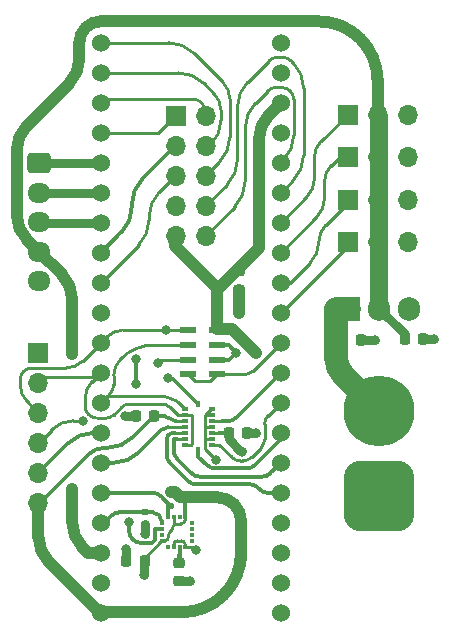
<source format=gbr>
%TF.GenerationSoftware,KiCad,Pcbnew,(6.0.8)*%
%TF.CreationDate,2022-11-08T22:30:31-08:00*%
%TF.ProjectId,ShittyOBC,53686974-7479-44f4-9243-2e6b69636164,rev?*%
%TF.SameCoordinates,Original*%
%TF.FileFunction,Copper,L2,Bot*%
%TF.FilePolarity,Positive*%
%FSLAX46Y46*%
G04 Gerber Fmt 4.6, Leading zero omitted, Abs format (unit mm)*
G04 Created by KiCad (PCBNEW (6.0.8)) date 2022-11-08 22:30:31*
%MOMM*%
%LPD*%
G01*
G04 APERTURE LIST*
G04 Aperture macros list*
%AMRoundRect*
0 Rectangle with rounded corners*
0 $1 Rounding radius*
0 $2 $3 $4 $5 $6 $7 $8 $9 X,Y pos of 4 corners*
0 Add a 4 corners polygon primitive as box body*
4,1,4,$2,$3,$4,$5,$6,$7,$8,$9,$2,$3,0*
0 Add four circle primitives for the rounded corners*
1,1,$1+$1,$2,$3*
1,1,$1+$1,$4,$5*
1,1,$1+$1,$6,$7*
1,1,$1+$1,$8,$9*
0 Add four rect primitives between the rounded corners*
20,1,$1+$1,$2,$3,$4,$5,0*
20,1,$1+$1,$4,$5,$6,$7,0*
20,1,$1+$1,$6,$7,$8,$9,0*
20,1,$1+$1,$8,$9,$2,$3,0*%
G04 Aperture macros list end*
%TA.AperFunction,ComponentPad*%
%ADD10R,1.905000X2.000000*%
%TD*%
%TA.AperFunction,ComponentPad*%
%ADD11O,1.905000X2.000000*%
%TD*%
%TA.AperFunction,ComponentPad*%
%ADD12R,1.700000X1.700000*%
%TD*%
%TA.AperFunction,ComponentPad*%
%ADD13O,1.700000X1.700000*%
%TD*%
%TA.AperFunction,ComponentPad*%
%ADD14RoundRect,1.500000X1.500000X-1.500000X1.500000X1.500000X-1.500000X1.500000X-1.500000X-1.500000X0*%
%TD*%
%TA.AperFunction,ComponentPad*%
%ADD15C,6.000000*%
%TD*%
%TA.AperFunction,ComponentPad*%
%ADD16RoundRect,0.250000X-0.725000X0.600000X-0.725000X-0.600000X0.725000X-0.600000X0.725000X0.600000X0*%
%TD*%
%TA.AperFunction,ComponentPad*%
%ADD17O,1.950000X1.700000*%
%TD*%
%TA.AperFunction,ComponentPad*%
%ADD18C,1.524000*%
%TD*%
%TA.AperFunction,SMDPad,CuDef*%
%ADD19RoundRect,0.225000X0.225000X0.250000X-0.225000X0.250000X-0.225000X-0.250000X0.225000X-0.250000X0*%
%TD*%
%TA.AperFunction,SMDPad,CuDef*%
%ADD20RoundRect,0.135000X-0.185000X0.135000X-0.185000X-0.135000X0.185000X-0.135000X0.185000X0.135000X0*%
%TD*%
%TA.AperFunction,SMDPad,CuDef*%
%ADD21RoundRect,0.225000X-0.225000X-0.250000X0.225000X-0.250000X0.225000X0.250000X-0.225000X0.250000X0*%
%TD*%
%TA.AperFunction,SMDPad,CuDef*%
%ADD22RoundRect,0.225000X-0.250000X0.225000X-0.250000X-0.225000X0.250000X-0.225000X0.250000X0.225000X0*%
%TD*%
%TA.AperFunction,SMDPad,CuDef*%
%ADD23RoundRect,0.021200X0.633800X0.243800X-0.633800X0.243800X-0.633800X-0.243800X0.633800X-0.243800X0*%
%TD*%
%TA.AperFunction,SMDPad,CuDef*%
%ADD24RoundRect,0.135000X0.185000X-0.135000X0.185000X0.135000X-0.185000X0.135000X-0.185000X-0.135000X0*%
%TD*%
%TA.AperFunction,SMDPad,CuDef*%
%ADD25R,0.590000X0.350000*%
%TD*%
%TA.AperFunction,SMDPad,CuDef*%
%ADD26R,0.350000X0.590000*%
%TD*%
%TA.AperFunction,SMDPad,CuDef*%
%ADD27R,0.300000X0.450000*%
%TD*%
%TA.AperFunction,SMDPad,CuDef*%
%ADD28R,0.450000X0.300000*%
%TD*%
%TA.AperFunction,ViaPad*%
%ADD29C,0.800000*%
%TD*%
%TA.AperFunction,Conductor*%
%ADD30C,0.800000*%
%TD*%
%TA.AperFunction,Conductor*%
%ADD31C,0.250000*%
%TD*%
%TA.AperFunction,Conductor*%
%ADD32C,1.000000*%
%TD*%
%TA.AperFunction,Conductor*%
%ADD33C,0.300000*%
%TD*%
%TA.AperFunction,Conductor*%
%ADD34C,1.500000*%
%TD*%
%TA.AperFunction,Conductor*%
%ADD35C,2.000000*%
%TD*%
G04 APERTURE END LIST*
D10*
%TO.P,U2,1,VI*%
%TO.N,Net-(C2-Pad1)*%
X157160000Y-95645000D03*
D11*
%TO.P,U2,2,VO*%
%TO.N,/5V*%
X159700000Y-95645000D03*
%TO.P,U2,3,GND*%
%TO.N,GND*%
X162240000Y-95645000D03*
%TD*%
D12*
%TO.P,J8,1,Pin_1*%
%TO.N,GND*%
X130850000Y-99370000D03*
D13*
%TO.P,J8,2,Pin_2*%
%TO.N,/MISO*%
X130850000Y-101910000D03*
%TO.P,J8,3,Pin_3*%
%TO.N,/SCLK*%
X130850000Y-104450000D03*
%TO.P,J8,4,Pin_4*%
%TO.N,/MOSI*%
X130850000Y-106990000D03*
%TO.P,J8,5,Pin_5*%
%TO.N,/CS_SD*%
X130850000Y-109530000D03*
%TO.P,J8,6,Pin_6*%
%TO.N,/3.3V*%
X130850000Y-112070000D03*
%TD*%
D14*
%TO.P,J1,1,Pin_1*%
%TO.N,GND*%
X159650000Y-111450000D03*
D15*
%TO.P,J1,2,Pin_2*%
%TO.N,Net-(C2-Pad1)*%
X159650000Y-104250000D03*
%TD*%
D12*
%TO.P,J7,1,Pin_1*%
%TO.N,/Servo_4*%
X157050000Y-86400000D03*
D13*
%TO.P,J7,2,Pin_2*%
%TO.N,/5V*%
X159590000Y-86400000D03*
%TO.P,J7,3,Pin_3*%
%TO.N,GND*%
X162130000Y-86400000D03*
%TD*%
D16*
%TO.P,J4,1,Pin_1*%
%TO.N,/PPS*%
X130900000Y-83300000D03*
D17*
%TO.P,J4,2,Pin_2*%
%TO.N,/TX1*%
X130900000Y-85800000D03*
%TO.P,J4,3,Pin_3*%
%TO.N,/RX1*%
X130900000Y-88300000D03*
%TO.P,J4,4,Pin_4*%
%TO.N,/5V*%
X130900000Y-90800000D03*
%TO.P,J4,5,Pin_5*%
%TO.N,GND*%
X130900000Y-93300000D03*
%TD*%
D18*
%TO.P,U3,3V3,3V3*%
%TO.N,/3.3V*%
X136130000Y-121380000D03*
X151370000Y-78200000D03*
%TO.P,U3,5V,5V*%
%TO.N,/5V*%
X136130000Y-116300000D03*
%TO.P,U3,GND,GND*%
%TO.N,GND*%
X151370000Y-73120000D03*
X151370000Y-75660000D03*
X136130000Y-118840000D03*
%TO.P,U3,NRST,NRST*%
%TO.N,unconnected-(U3-PadNRST)*%
X151370000Y-80740000D03*
%TO.P,U3,PA0,PA0*%
%TO.N,/BMI088_INT4*%
X151370000Y-111220000D03*
%TO.P,U3,PA1,PA1*%
%TO.N,/CS_Accel*%
X151370000Y-108680000D03*
%TO.P,U3,PA2,PA2*%
%TO.N,/BMI088_INT1*%
X151370000Y-106140000D03*
%TO.P,U3,PA3,PA3*%
%TO.N,/BMI088_INT2*%
X151370000Y-103600000D03*
%TO.P,U3,PA4,PA4*%
%TO.N,/CS_Gyro*%
X151370000Y-101060000D03*
%TO.P,U3,PA5,PA5*%
%TO.N,/CS_Alt*%
X151370000Y-98520000D03*
%TO.P,U3,PA6,PA6*%
%TO.N,/Servo_3*%
X151370000Y-95980000D03*
%TO.P,U3,PA7,PA7*%
%TO.N,/Servo_4*%
X151370000Y-93440000D03*
%TO.P,U3,PA8,PA8*%
%TO.N,/PPS*%
X136130000Y-83280000D03*
%TO.P,U3,PA9,PA9*%
%TO.N,/TX1*%
X136130000Y-85820000D03*
%TO.P,U3,PA10,PA10*%
%TO.N,/RX1*%
X136130000Y-88360000D03*
%TO.P,U3,PA11,PA11*%
%TO.N,/PA11*%
X136130000Y-90900000D03*
%TO.P,U3,PA12,PA12*%
%TO.N,/PA12*%
X136130000Y-93440000D03*
%TO.P,U3,PA15,PA15*%
%TO.N,/INT_Mag*%
X136130000Y-95980000D03*
%TO.P,U3,PB0,PB0*%
%TO.N,/Servo_1*%
X151370000Y-90900000D03*
%TO.P,U3,PB1,PB1*%
%TO.N,/Servo_2*%
X151370000Y-88360000D03*
%TO.P,U3,PB3,PB3*%
%TO.N,/SCLK*%
X136130000Y-98520000D03*
%TO.P,U3,PB4,PB4*%
%TO.N,/MISO*%
X136130000Y-101060000D03*
%TO.P,U3,PB5,PB5*%
%TO.N,/MOSI*%
X136130000Y-103600000D03*
%TO.P,U3,PB6,PB6*%
%TO.N,/CS_SD*%
X136130000Y-106140000D03*
%TO.P,U3,PB7,PB7*%
%TO.N,/BMI088_INT3*%
X136130000Y-108680000D03*
%TO.P,U3,PB8,PB8*%
%TO.N,/SCL*%
X136130000Y-111220000D03*
%TO.P,U3,PB9,PB9*%
%TO.N,/SDA*%
X136130000Y-113760000D03*
%TO.P,U3,PB10,PB10*%
%TO.N,/PB10*%
X151370000Y-85820000D03*
%TO.P,U3,PB11,PB11*%
%TO.N,/PB11*%
X151370000Y-83280000D03*
%TO.P,U3,PB12,PB12*%
%TO.N,/PB12*%
X136130000Y-73120000D03*
%TO.P,U3,PB13,PB13*%
%TO.N,/PB13*%
X136130000Y-75660000D03*
%TO.P,U3,PB14,PB14*%
%TO.N,/PB14*%
X136130000Y-78200000D03*
%TO.P,U3,PB15,PB15*%
%TO.N,/PB15*%
X136130000Y-80740000D03*
%TO.P,U3,PC13,PC13*%
%TO.N,unconnected-(U3-PadPC13)*%
X151370000Y-118840000D03*
%TO.P,U3,PC14,PC14*%
%TO.N,/PC14*%
X151370000Y-116300000D03*
%TO.P,U3,PC15,PC15*%
%TO.N,unconnected-(U3-PadPC15)*%
X151370000Y-113760000D03*
%TO.P,U3,VBAT,VBAT*%
%TO.N,unconnected-(U3-PadVBAT)*%
X151370000Y-121380000D03*
%TD*%
D12*
%TO.P,J2,1,Pin_1*%
%TO.N,/Servo_1*%
X157050000Y-82800000D03*
D13*
%TO.P,J2,2,Pin_2*%
%TO.N,/5V*%
X159590000Y-82800000D03*
%TO.P,J2,3,Pin_3*%
%TO.N,GND*%
X162130000Y-82800000D03*
%TD*%
D12*
%TO.P,J3,1,Pin_1*%
%TO.N,/Servo_3*%
X157050000Y-90000000D03*
D13*
%TO.P,J3,2,Pin_2*%
%TO.N,/5V*%
X159590000Y-90000000D03*
%TO.P,J3,3,Pin_3*%
%TO.N,GND*%
X162130000Y-90000000D03*
%TD*%
D12*
%TO.P,J6,1,Pin_1*%
%TO.N,/Servo_2*%
X157050000Y-79200000D03*
D13*
%TO.P,J6,2,Pin_2*%
%TO.N,/5V*%
X159590000Y-79200000D03*
%TO.P,J6,3,Pin_3*%
%TO.N,GND*%
X162130000Y-79200000D03*
%TD*%
D19*
%TO.P,C4,1*%
%TO.N,/3.3V*%
X139850000Y-117016000D03*
%TO.P,C4,2*%
%TO.N,GND*%
X138300000Y-117016000D03*
%TD*%
D20*
%TO.P,R2,1*%
%TO.N,/3.3V*%
X142000000Y-111280000D03*
%TO.P,R2,2*%
%TO.N,/SCL*%
X142000000Y-112300000D03*
%TD*%
D12*
%TO.P,J5,1,Pin_1*%
%TO.N,/PB15*%
X142500000Y-79350000D03*
D13*
%TO.P,J5,2,Pin_2*%
%TO.N,/PB14*%
X145040000Y-79350000D03*
%TO.P,J5,3,Pin_3*%
%TO.N,/PA11*%
X142500000Y-81890000D03*
%TO.P,J5,4,Pin_4*%
%TO.N,/PB13*%
X145040000Y-81890000D03*
%TO.P,J5,5,Pin_5*%
%TO.N,/PA12*%
X142500000Y-84430000D03*
%TO.P,J5,6,Pin_6*%
%TO.N,/PB12*%
X145040000Y-84430000D03*
%TO.P,J5,7,Pin_7*%
%TO.N,GND*%
X142500000Y-86970000D03*
%TO.P,J5,8,Pin_8*%
%TO.N,/PB10*%
X145040000Y-86970000D03*
%TO.P,J5,9,Pin_9*%
%TO.N,/3.3V*%
X142500000Y-89510000D03*
%TO.P,J5,10,Pin_10*%
%TO.N,/PB11*%
X145040000Y-89510000D03*
%TD*%
D21*
%TO.P,C3,1*%
%TO.N,/5V*%
X161850000Y-98200000D03*
%TO.P,C3,2*%
%TO.N,GND*%
X163400000Y-98200000D03*
%TD*%
D22*
%TO.P,C1,1*%
%TO.N,Net-(C1-Pad1)*%
X142748000Y-117150000D03*
%TO.P,C1,2*%
%TO.N,GND*%
X142748000Y-118700000D03*
%TD*%
D23*
%TO.P,U5,1,VDD*%
%TO.N,/3.3V*%
X145950000Y-97450000D03*
%TO.P,U5,2,PS*%
%TO.N,GND*%
X145950000Y-98700000D03*
%TO.P,U5,3,GND*%
X145950000Y-99950000D03*
%TO.P,U5,4,~{CSB}*%
%TO.N,/CS_Alt*%
X145950000Y-101200000D03*
%TO.P,U5,5,~{CSB}*%
X143550000Y-101200000D03*
%TO.P,U5,6,SDO*%
%TO.N,/MISO*%
X143550000Y-99950000D03*
%TO.P,U5,7,SDI/SDA*%
%TO.N,/MOSI*%
X143550000Y-98700000D03*
%TO.P,U5,8,SCLK*%
%TO.N,/SCLK*%
X143550000Y-97450000D03*
%TD*%
D21*
%TO.P,C6,1*%
%TO.N,/3.3V*%
X146950000Y-106150000D03*
%TO.P,C6,2*%
%TO.N,GND*%
X148500000Y-106150000D03*
%TD*%
%TO.P,C2,1*%
%TO.N,Net-(C2-Pad1)*%
X156650000Y-98300000D03*
%TO.P,C2,2*%
%TO.N,GND*%
X158200000Y-98300000D03*
%TD*%
D19*
%TO.P,C7,1*%
%TO.N,/3.3V*%
X140650000Y-104700000D03*
%TO.P,C7,2*%
%TO.N,GND*%
X139100000Y-104700000D03*
%TD*%
D24*
%TO.P,R1,1*%
%TO.N,/3.3V*%
X139850000Y-113900000D03*
%TO.P,R1,2*%
%TO.N,/SDA*%
X139850000Y-112880000D03*
%TD*%
D25*
%TO.P,U4,1,INT2*%
%TO.N,/BMI088_INT2*%
X145565000Y-107150000D03*
%TO.P,U4,2,NC*%
%TO.N,GND*%
X145565000Y-106650000D03*
%TO.P,U4,3,VDD*%
%TO.N,/3.3V*%
X145565000Y-106150000D03*
%TO.P,U4,4,GNDA*%
%TO.N,GND*%
X145565000Y-105650000D03*
%TO.P,U4,5,CSB2*%
%TO.N,/CS_Gyro*%
X145565000Y-105150000D03*
%TO.P,U4,6,GNDIO*%
%TO.N,GND*%
X145565000Y-104650000D03*
%TO.P,U4,7,PS*%
X145565000Y-104150000D03*
D26*
%TO.P,U4,8,SCL/SCK*%
%TO.N,/SCLK*%
X144400000Y-103735000D03*
D25*
%TO.P,U4,9,SDA/SDI*%
%TO.N,/MOSI*%
X143235000Y-104150000D03*
%TO.P,U4,10,SDO2*%
%TO.N,/MISO*%
X143235000Y-104650000D03*
%TO.P,U4,11,VDDIO*%
%TO.N,/3.3V*%
X143235000Y-105150000D03*
%TO.P,U4,12,INT3*%
%TO.N,/BMI088_INT3*%
X143235000Y-105650000D03*
%TO.P,U4,13,INT4*%
%TO.N,/BMI088_INT4*%
X143235000Y-106150000D03*
%TO.P,U4,14,CSB1*%
%TO.N,/CS_Accel*%
X143235000Y-106650000D03*
%TO.P,U4,15,SDO1*%
%TO.N,/MISO*%
X143235000Y-107150000D03*
D26*
%TO.P,U4,16,INT1*%
%TO.N,/BMI088_INT1*%
X144400000Y-107565000D03*
%TD*%
D22*
%TO.P,C5,1*%
%TO.N,/3.3V*%
X147828000Y-92456000D03*
%TO.P,C5,2*%
%TO.N,GND*%
X147828000Y-94006000D03*
%TD*%
D27*
%TO.P,U1,1,SCL/SPI_SCK*%
%TO.N,/SCL*%
X141800000Y-113275000D03*
%TO.P,U1,2,VDD*%
%TO.N,/3.3V*%
X142300000Y-113275000D03*
%TO.P,U1,3,NC*%
%TO.N,unconnected-(U1-Pad3)*%
X142800000Y-113275000D03*
%TO.P,U1,4,~{SPI_CS}*%
%TO.N,/3.3V*%
X143300000Y-113275000D03*
D28*
%TO.P,U1,5,SPI_SDO*%
%TO.N,unconnected-(U1-Pad5)*%
X143825000Y-113800000D03*
%TO.P,U1,6,NC*%
%TO.N,unconnected-(U1-Pad6)*%
X143825000Y-114300000D03*
%TO.P,U1,7,NC*%
%TO.N,unconnected-(U1-Pad7)*%
X143825000Y-114800000D03*
%TO.P,U1,8,NC*%
%TO.N,unconnected-(U1-Pad8)*%
X143825000Y-115300000D03*
D27*
%TO.P,U1,9,GND*%
%TO.N,GND*%
X143300000Y-115825000D03*
%TO.P,U1,10,CAP*%
%TO.N,Net-(C1-Pad1)*%
X142800000Y-115825000D03*
%TO.P,U1,11,GND*%
%TO.N,GND*%
X142300000Y-115825000D03*
%TO.P,U1,12,NC*%
%TO.N,unconnected-(U1-Pad12)*%
X141800000Y-115825000D03*
D28*
%TO.P,U1,13,VDDIO*%
%TO.N,/3.3V*%
X141275000Y-115300000D03*
%TO.P,U1,14,NC*%
%TO.N,unconnected-(U1-Pad14)*%
X141275000Y-114800000D03*
%TO.P,U1,15,INT*%
%TO.N,/INT_Mag*%
X141275000Y-114300000D03*
%TO.P,U1,16,SDA/SPI_SDI*%
%TO.N,/SDA*%
X141275000Y-113800000D03*
%TD*%
D29*
%TO.N,/3.3V*%
X149250000Y-99400000D03*
X148050000Y-107750000D03*
X139825000Y-118141000D03*
X139850000Y-114700500D03*
X147450000Y-112250000D03*
%TO.N,/MISO*%
X140950000Y-100250000D03*
%TO.N,/MOSI*%
X134587701Y-105112299D03*
%TO.N,/SCLK*%
X141800000Y-101500000D03*
X141650000Y-97450000D03*
%TO.N,/5V*%
X133700000Y-110900000D03*
X133700000Y-99500000D03*
%TO.N,GND*%
X159325000Y-98300000D03*
X144150000Y-116100000D03*
X143700000Y-118694000D03*
X138300000Y-116000000D03*
X164300000Y-98200000D03*
X138200000Y-104700000D03*
X147600000Y-99350000D03*
X145850000Y-108400000D03*
X147828000Y-96012000D03*
X149250000Y-106150000D03*
%TO.N,/INT_Mag*%
X138525000Y-113675000D03*
X139100000Y-102000000D03*
X139100000Y-99900000D03*
%TD*%
D30*
%TO.N,/PPS*%
X136130000Y-83280000D02*
X130920000Y-83280000D01*
D31*
%TO.N,/3.3V*%
X141997059Y-114477941D02*
X142153554Y-114321446D01*
D32*
X142410000Y-90360000D02*
X142410000Y-89510000D01*
D31*
X142325000Y-113825000D02*
X142950480Y-113825000D01*
X142300000Y-113275000D02*
X142300000Y-113800000D01*
D32*
X130850000Y-112070000D02*
X130850000Y-114957359D01*
X148000000Y-113600000D02*
X148000000Y-116800000D01*
X145950000Y-93900000D02*
X142410000Y-90360000D01*
D31*
X141275000Y-115300000D02*
X141250000Y-115300000D01*
D33*
X146950000Y-106550000D02*
X146950000Y-106150000D01*
D32*
X143000000Y-121325000D02*
X136185000Y-121325000D01*
X142800868Y-111600000D02*
X142389827Y-111188959D01*
D33*
X136478427Y-107400000D02*
X136707359Y-107400000D01*
D30*
X139850000Y-114700500D02*
X139850000Y-113900000D01*
D31*
X141850612Y-114866449D02*
X141850612Y-114831495D01*
D33*
X148050000Y-107750000D02*
X148050000Y-107650000D01*
D31*
X141850000Y-114987483D02*
X141850000Y-114881414D01*
D32*
X147237500Y-97387500D02*
X145950000Y-97387500D01*
X136185000Y-121325000D02*
X136130000Y-121380000D01*
X144850000Y-111600000D02*
X142800868Y-111600000D01*
X131728680Y-117078680D02*
X136030000Y-121380000D01*
D31*
X142325000Y-113775000D02*
X142325000Y-113825000D01*
X141250000Y-115300000D02*
X139850000Y-116700000D01*
X143275000Y-113325000D02*
X143275000Y-113500480D01*
X142300000Y-113800000D02*
X142325000Y-113775000D01*
D33*
X138828680Y-106521320D02*
X140650000Y-104700000D01*
D30*
X146950000Y-106650000D02*
X146950000Y-106550000D01*
D33*
X143300000Y-111600000D02*
X143300000Y-113275000D01*
D32*
X145950000Y-94050000D02*
X145950000Y-95050000D01*
D31*
X142300000Y-113967893D02*
X142300000Y-113800000D01*
D32*
X149250000Y-99400000D02*
X147237500Y-97387500D01*
X149500000Y-90500000D02*
X145950000Y-94050000D01*
D33*
X140650000Y-104750000D02*
X140600000Y-104700000D01*
D31*
X143275000Y-113325000D02*
X143275000Y-113300000D01*
D33*
X144850000Y-111600000D02*
X143300000Y-111600000D01*
D31*
X145565000Y-106150000D02*
X146100000Y-106150000D01*
X141275000Y-115300000D02*
X141300000Y-115275000D01*
D30*
X139825000Y-118141000D02*
X139825000Y-117041000D01*
D32*
X149500000Y-81312641D02*
X149500000Y-90500000D01*
X145950000Y-95050000D02*
X145950000Y-97387500D01*
D33*
X130850000Y-112070000D02*
X130980000Y-112070000D01*
D32*
X145950000Y-95050000D02*
X145950000Y-93900000D01*
X144850000Y-111600000D02*
X146000000Y-111600000D01*
D31*
X143275000Y-113300000D02*
X143300000Y-113275000D01*
D30*
X147950000Y-107650000D02*
X146950000Y-106650000D01*
D32*
X142389827Y-111188959D02*
X142091041Y-111188959D01*
X136030000Y-121380000D02*
X136130000Y-121380000D01*
X151370000Y-78200000D02*
X150378679Y-79191321D01*
D31*
X143235000Y-105150000D02*
X142500000Y-105150000D01*
D33*
X130980000Y-112070000D02*
X135064214Y-107985786D01*
X146950000Y-106150000D02*
X146100000Y-106150000D01*
X141534269Y-104750000D02*
X140650000Y-104750000D01*
D31*
X141300000Y-115275000D02*
X141562483Y-115275000D01*
D30*
X148050000Y-107650000D02*
X147950000Y-107650000D01*
D32*
X143000000Y-121325000D02*
G75*
G03*
X148000000Y-116325000I0J5000000D01*
G01*
D33*
X135064200Y-107985772D02*
G75*
G02*
X136478427Y-107400000I1414200J-1414228D01*
G01*
D32*
X150378659Y-79191301D02*
G75*
G03*
X149500000Y-81312641I2121341J-2121299D01*
G01*
D31*
X141850605Y-114831495D02*
G75*
G02*
X141997059Y-114477941I499995J-5D01*
G01*
X141850000Y-114987483D02*
G75*
G02*
X141562483Y-115275000I-287500J-17D01*
G01*
D32*
X148000000Y-113600000D02*
G75*
G03*
X146000000Y-111600000I-2000000J0D01*
G01*
D33*
X141534269Y-104750013D02*
G75*
G02*
X141987937Y-104937937I31J-641487D01*
G01*
D31*
X142299995Y-113967893D02*
G75*
G02*
X142153554Y-114321446I-499995J-7D01*
G01*
D33*
X136707359Y-107399971D02*
G75*
G03*
X138828680Y-106521320I41J2999971D01*
G01*
D31*
X143275000Y-113500480D02*
G75*
G02*
X142950480Y-113825000I-324500J-20D01*
G01*
D33*
X142500000Y-105150006D02*
G75*
G02*
X141987937Y-104937937I-100J724006D01*
G01*
D32*
X130850029Y-114957359D02*
G75*
G03*
X131728680Y-117078680I2999971J-41D01*
G01*
D31*
%TO.N,/MISO*%
X143235000Y-104650000D02*
X142650000Y-104650000D01*
X135107107Y-104607107D02*
X135092893Y-104592893D01*
X141250000Y-99950000D02*
X140950000Y-100250000D01*
X143780000Y-107150000D02*
X143855000Y-107075000D01*
X143550000Y-99950000D02*
X141250000Y-99950000D01*
X143855000Y-104650000D02*
X143235000Y-104650000D01*
X134800000Y-103885786D02*
X134800000Y-103218427D01*
X135765000Y-101425000D02*
X136130000Y-101060000D01*
X143235000Y-107150000D02*
X143780000Y-107150000D01*
X135385787Y-101804213D02*
X136130000Y-101060000D01*
X136535786Y-104900000D02*
X135814214Y-104900000D01*
X141285786Y-103700000D02*
X138564214Y-103700000D01*
X142650000Y-104650000D02*
X141992893Y-103992893D01*
X143855000Y-107075000D02*
X143855000Y-104650000D01*
X137857107Y-103992893D02*
X137242893Y-104607107D01*
X131335000Y-101425000D02*
X135765000Y-101425000D01*
X130850000Y-101910000D02*
X131335000Y-101425000D01*
X137242900Y-104607114D02*
G75*
G02*
X136535786Y-104900000I-707100J707114D01*
G01*
X141992900Y-103992886D02*
G75*
G03*
X141285786Y-103700000I-707100J-707114D01*
G01*
X134800020Y-103218427D02*
G75*
G02*
X135385788Y-101804214I1999980J27D01*
G01*
X134800010Y-103885786D02*
G75*
G03*
X135092893Y-104592893I999990J-14D01*
G01*
X135814214Y-104899990D02*
G75*
G02*
X135107107Y-104607107I-14J999990D01*
G01*
X137857100Y-103992886D02*
G75*
G02*
X138564214Y-103700000I707100J-707114D01*
G01*
%TO.N,/MOSI*%
X143550000Y-98700000D02*
X140656854Y-98700000D01*
X131976057Y-105873943D02*
X130860000Y-106990000D01*
X142626831Y-103544534D02*
X142419033Y-103385088D01*
X136680000Y-103050000D02*
X136130000Y-103600000D01*
X143235000Y-104150000D02*
X142720786Y-103635786D01*
X141306573Y-103050000D02*
X136680000Y-103050000D01*
X130860000Y-106990000D02*
X130850000Y-106990000D01*
X137828427Y-99871573D02*
X137802786Y-99897214D01*
X142192200Y-103254130D02*
X141950214Y-103153899D01*
X134587701Y-105112299D02*
X133814828Y-105112299D01*
X141437534Y-103051927D02*
X141306573Y-103050000D01*
X141697216Y-103086112D02*
X141437534Y-103051927D01*
X141950214Y-103153899D02*
X141697216Y-103086112D01*
X136924107Y-102805893D02*
X136130000Y-103600000D01*
X142720786Y-103635786D02*
X142626831Y-103544534D01*
X142419033Y-103385088D02*
X142192200Y-103254130D01*
X137217000Y-101311427D02*
X137217000Y-102098786D01*
X136924114Y-102805900D02*
G75*
G03*
X137217000Y-102098786I-707114J707100D01*
G01*
X137802772Y-99897200D02*
G75*
G03*
X137217000Y-101311427I1414228J-1414200D01*
G01*
X131976046Y-105873932D02*
G75*
G02*
X133814828Y-105112299I1838754J-1838768D01*
G01*
X140656854Y-98699968D02*
G75*
G03*
X137828427Y-99871573I46J-4000032D01*
G01*
%TO.N,/SCLK*%
X143550000Y-97450000D02*
X141650000Y-97450000D01*
X144400000Y-103735000D02*
X142165000Y-101500000D01*
X142165000Y-101500000D02*
X141800000Y-101500000D01*
X130300000Y-100650000D02*
X133171573Y-100650000D01*
X136614213Y-98035787D02*
X136130000Y-98520000D01*
X134585787Y-100064213D02*
X136130000Y-98520000D01*
X129300000Y-102071573D02*
X129300000Y-101650000D01*
X130850000Y-104450000D02*
X129885786Y-103485786D01*
X141650000Y-97450000D02*
X138028427Y-97450000D01*
X138028427Y-97450020D02*
G75*
G03*
X136614214Y-98035788I-27J-1999980D01*
G01*
X129300020Y-102071573D02*
G75*
G03*
X129885787Y-103485785I1999980J-27D01*
G01*
X133171573Y-100649980D02*
G75*
G03*
X134585786Y-100064212I27J1999980D01*
G01*
X130300000Y-100650000D02*
G75*
G03*
X129300000Y-101650000I0J-1000000D01*
G01*
D33*
%TO.N,/CS_SD*%
X130850000Y-109530000D02*
X133361321Y-107018679D01*
X135482641Y-106140000D02*
X136130000Y-106140000D01*
X135482641Y-106140029D02*
G75*
G03*
X133361321Y-107018679I-41J-2999971D01*
G01*
D30*
%TO.N,/TX1*%
X136130000Y-85820000D02*
X130920000Y-85820000D01*
D31*
%TO.N,/CS_Alt*%
X148275786Y-101200000D02*
X145950000Y-101200000D01*
X143550000Y-101200000D02*
X144100000Y-101750000D01*
X144100000Y-101750000D02*
X145400000Y-101750000D01*
X151370000Y-98520000D02*
X148982893Y-100907107D01*
X145400000Y-101750000D02*
X145950000Y-101200000D01*
X148982900Y-100907114D02*
G75*
G02*
X148275786Y-101200000I-707100J707114D01*
G01*
D33*
%TO.N,/RX1*%
X130960000Y-88360000D02*
X130900000Y-88300000D01*
D30*
X136130000Y-88360000D02*
X130960000Y-88360000D01*
%TO.N,/5V*%
X161850000Y-97795000D02*
X159700000Y-95645000D01*
D32*
X135050000Y-116300000D02*
X136130000Y-116300000D01*
X132821320Y-92721320D02*
X130900000Y-90800000D01*
X134309203Y-73115797D02*
X134309203Y-74448156D01*
X129878680Y-89778680D02*
X130900000Y-90800000D01*
X159560000Y-79200000D02*
X159560000Y-76300000D01*
X154560000Y-71300000D02*
X136125000Y-71300000D01*
D30*
X159700000Y-79310000D02*
X159590000Y-79200000D01*
D32*
X134578680Y-115828680D02*
X135050000Y-116300000D01*
X129000000Y-82242641D02*
X129000000Y-87657359D01*
X133430523Y-76569477D02*
X129878679Y-80121321D01*
X133700000Y-110900000D02*
X133700000Y-113707359D01*
D34*
X159700000Y-95645000D02*
X159700000Y-79310000D01*
D32*
X133700000Y-99500000D02*
X133700000Y-94842641D01*
D30*
X161850000Y-98200000D02*
X161850000Y-97795000D01*
D32*
X134309200Y-73115797D02*
G75*
G02*
X136125000Y-71300000I1815800J-3D01*
G01*
X133430545Y-76569499D02*
G75*
G03*
X134309203Y-74448156I-2121345J2121299D01*
G01*
X133700029Y-113707359D02*
G75*
G03*
X134578680Y-115828680I2999971J-41D01*
G01*
X132821340Y-92721300D02*
G75*
G02*
X133700000Y-94842641I-2121340J-2121300D01*
G01*
X129000029Y-82242641D02*
G75*
G02*
X129878679Y-80121321I2999971J41D01*
G01*
X129878660Y-89778700D02*
G75*
G02*
X129000000Y-87657359I2121340J2121300D01*
G01*
X159560000Y-76300000D02*
G75*
G03*
X154560000Y-71300000I-5000000J0D01*
G01*
D33*
%TO.N,/BMI088_INT4*%
X141700000Y-107985786D02*
X141700000Y-106650000D01*
X142200000Y-106150000D02*
X142450000Y-106150000D01*
X151370000Y-111220000D02*
X150284214Y-111220000D01*
X148735786Y-110500000D02*
X144214214Y-110500000D01*
D31*
X143235000Y-106150000D02*
X142450000Y-106150000D01*
D33*
X143507107Y-110207107D02*
X141992893Y-108692893D01*
X149577107Y-110927107D02*
X149442893Y-110792893D01*
X142200000Y-106150000D02*
G75*
G03*
X141700000Y-106650000I0J-500000D01*
G01*
X148735786Y-110500010D02*
G75*
G02*
X149442893Y-110792893I14J-999990D01*
G01*
X149577100Y-110927114D02*
G75*
G03*
X150284214Y-111220000I707100J707114D01*
G01*
X141700010Y-107985786D02*
G75*
G03*
X141992893Y-108692893I999990J-14D01*
G01*
X143507100Y-110207114D02*
G75*
G03*
X144214214Y-110500000I707100J707114D01*
G01*
%TO.N,/BMI088_INT3*%
X136130000Y-108680000D02*
X137213146Y-108680000D01*
D31*
X143235000Y-105650000D02*
X141825283Y-105650000D01*
D33*
X139334467Y-107801320D02*
X141245727Y-105890060D01*
X139334444Y-107801297D02*
G75*
G02*
X137213146Y-108680000I-2121344J2121297D01*
G01*
X141825283Y-105649984D02*
G75*
G03*
X141245727Y-105890060I17J-819616D01*
G01*
%TO.N,/CS_Gyro*%
X146865786Y-105150000D02*
X146400000Y-105150000D01*
D31*
X145565000Y-105150000D02*
X146400000Y-105150000D01*
D33*
X151370000Y-101060000D02*
X147572893Y-104857107D01*
X146865786Y-105149990D02*
G75*
G03*
X147572893Y-104857107I14J999990D01*
G01*
D31*
%TO.N,/CS_Accel*%
X142600000Y-106650000D02*
X143235000Y-106650000D01*
D33*
X143807107Y-109557107D02*
X142592893Y-108342893D01*
X142300000Y-107635786D02*
X142300000Y-106650000D01*
X142300000Y-106650000D02*
X142600000Y-106650000D01*
X144514214Y-109850000D02*
X149785786Y-109850000D01*
X150492893Y-109557107D02*
X151370000Y-108680000D01*
X142300010Y-107635786D02*
G75*
G03*
X142592893Y-108342893I999990J-14D01*
G01*
X150492900Y-109557114D02*
G75*
G02*
X149785786Y-109850000I-707100J707114D01*
G01*
X143807100Y-109557114D02*
G75*
G03*
X144514214Y-109850000I707100J707114D01*
G01*
D31*
%TO.N,GND*%
X144945000Y-105755000D02*
X145050000Y-105650000D01*
X143875000Y-115825000D02*
X144150000Y-116100000D01*
X144945000Y-106650000D02*
X145565000Y-106650000D01*
X144945000Y-106005000D02*
X144945000Y-105755000D01*
X142300000Y-115825000D02*
X142300000Y-115775000D01*
X144945000Y-107495000D02*
X144945000Y-106650000D01*
D33*
X147600000Y-99350000D02*
X146950000Y-98700000D01*
D31*
X144945000Y-104650000D02*
X144945000Y-106005000D01*
D33*
X147600000Y-99350000D02*
X147000000Y-99950000D01*
D31*
X143275000Y-115749999D02*
X143275000Y-115575973D01*
X143275000Y-115749999D02*
X143275000Y-115800000D01*
X142300000Y-115775000D02*
X142300000Y-115594099D01*
D32*
X147828000Y-96012000D02*
X147828000Y-94006000D01*
D31*
X143300000Y-115825000D02*
X143875000Y-115825000D01*
D30*
X138300000Y-117016000D02*
X138300000Y-116000000D01*
D31*
X145565000Y-104150000D02*
X145445000Y-104150000D01*
D30*
X164300000Y-98200000D02*
X163400000Y-98200000D01*
D33*
X147000000Y-99950000D02*
X145950000Y-99950000D01*
D30*
X143694000Y-118700000D02*
X142748000Y-118700000D01*
X138200000Y-104700000D02*
X139100000Y-104700000D01*
D31*
X142974027Y-115275000D02*
X142619099Y-115275000D01*
X144945000Y-105545000D02*
X144945000Y-104650000D01*
D30*
X149250000Y-106150000D02*
X148500000Y-106150000D01*
D31*
X144945000Y-106650000D02*
X144945000Y-106005000D01*
X143275000Y-115800000D02*
X143300000Y-115825000D01*
D33*
X146950000Y-98700000D02*
X145950000Y-98700000D01*
D31*
X145445000Y-104150000D02*
X144945000Y-104650000D01*
D30*
X159325000Y-98300000D02*
X158375000Y-98300000D01*
D31*
X144945000Y-104650000D02*
X145565000Y-104650000D01*
X145050000Y-105650000D02*
X145565000Y-105650000D01*
X145050000Y-105650000D02*
X144945000Y-105545000D01*
X145850000Y-108400000D02*
X144945000Y-107495000D01*
X143275000Y-115575973D02*
G75*
G03*
X142974027Y-115275000I-301000J-27D01*
G01*
X142619099Y-115275000D02*
G75*
G03*
X142300000Y-115594099I1J-319100D01*
G01*
%TO.N,/Servo_1*%
X154464213Y-87805787D02*
X151370000Y-90900000D01*
X156350000Y-82800000D02*
X155635786Y-83514214D01*
X157050000Y-82800000D02*
X156350000Y-82800000D01*
X155050000Y-84928427D02*
X155050000Y-86391573D01*
X155049980Y-86391573D02*
G75*
G02*
X154464212Y-87805786I-1999980J-27D01*
G01*
X155050020Y-84928427D02*
G75*
G02*
X155635787Y-83514215I1999980J27D01*
G01*
%TO.N,/Servo_2*%
X157020000Y-79200000D02*
X154785786Y-81434214D01*
X154200000Y-82848427D02*
X154200000Y-84701573D01*
X153614213Y-86115787D02*
X151370000Y-88360000D01*
X153614227Y-86115801D02*
G75*
G03*
X154200000Y-84701573I-1414227J1414201D01*
G01*
X154200020Y-82848427D02*
G75*
G02*
X154785787Y-81434215I1999980J27D01*
G01*
%TO.N,/Servo_3*%
X157050000Y-90000000D02*
X157050000Y-90300000D01*
X157050000Y-90300000D02*
X151370000Y-95980000D01*
%TO.N,/Servo_4*%
X157050000Y-86400000D02*
X157050000Y-86675000D01*
X152160000Y-93440000D02*
X151370000Y-93440000D01*
X157050000Y-86675000D02*
X155185786Y-88539214D01*
X153859997Y-91740003D02*
X152160000Y-93440000D01*
X154600020Y-89953427D02*
G75*
G02*
X155185787Y-88539215I1999980J27D01*
G01*
X154599992Y-89953427D02*
G75*
G02*
X153859997Y-91740003I-2526492J-73D01*
G01*
%TO.N,/BMI088_INT2*%
X147914214Y-108500000D02*
X148185786Y-108500000D01*
X150292893Y-104677107D02*
X151370000Y-103600000D01*
X146150000Y-107150000D02*
X147207107Y-108207107D01*
X150000000Y-106685786D02*
X150000000Y-105384214D01*
X145565000Y-107150000D02*
X146150000Y-107150000D01*
X148892893Y-108207107D02*
X149707107Y-107392893D01*
X148892900Y-108207114D02*
G75*
G02*
X148185786Y-108500000I-707100J707114D01*
G01*
X147914214Y-108499990D02*
G75*
G02*
X147207107Y-108207107I-14J999990D01*
G01*
X149999990Y-106685786D02*
G75*
G02*
X149707107Y-107392893I-999990J-14D01*
G01*
X150000010Y-105384214D02*
G75*
G02*
X150292893Y-104677107I999990J14D01*
G01*
D33*
%TO.N,/BMI088_INT1*%
X144400000Y-107565000D02*
X144400000Y-108160000D01*
X151370000Y-106680000D02*
X151370000Y-106140000D01*
X145804214Y-109150000D02*
X148485786Y-109150000D01*
X144400000Y-108160000D02*
X145097107Y-108857107D01*
X149192893Y-108857107D02*
X151370000Y-106680000D01*
X145097100Y-108857114D02*
G75*
G03*
X145804214Y-109150000I707100J707114D01*
G01*
X148485786Y-109149990D02*
G75*
G03*
X149192893Y-108857107I14J999990D01*
G01*
%TO.N,Net-(C1-Pad1)*%
X142800000Y-117400000D02*
X142800000Y-116400000D01*
X142748000Y-117150000D02*
X142748000Y-116452000D01*
X142800000Y-116400000D02*
X142800000Y-115825000D01*
X142748000Y-116452000D02*
X142800000Y-116400000D01*
D31*
%TO.N,/PB14*%
X144950000Y-79350000D02*
X144950000Y-78900000D01*
X143950000Y-77900000D02*
X136430000Y-77900000D01*
X136430000Y-77900000D02*
X136130000Y-78200000D01*
X143950000Y-77900000D02*
G75*
G02*
X144950000Y-78900000I0J-1000000D01*
G01*
%TO.N,/PB15*%
X141010000Y-80740000D02*
X136130000Y-80740000D01*
X142400000Y-79350000D02*
X141010000Y-80740000D01*
X142410000Y-79350000D02*
X142400000Y-79350000D01*
%TO.N,/PB13*%
X145310000Y-81890000D02*
X145421321Y-81778679D01*
X146300000Y-79657359D02*
X146300000Y-78828427D01*
X145714213Y-77414213D02*
X144838679Y-76538679D01*
X142717359Y-75660000D02*
X136130000Y-75660000D01*
X144950000Y-81890000D02*
X145310000Y-81890000D01*
X146299980Y-78828427D02*
G75*
G03*
X145714212Y-77414214I-1999980J27D01*
G01*
X144838699Y-76538659D02*
G75*
G03*
X142717359Y-75660000I-2121299J-2121341D01*
G01*
X146299971Y-79657359D02*
G75*
G02*
X145421321Y-81778679I-2999971J-41D01*
G01*
%TO.N,/PB12*%
X147050000Y-77878427D02*
X147050000Y-81087359D01*
X143998680Y-73998680D02*
X146464214Y-76464214D01*
X146171320Y-83208680D02*
X144950000Y-84430000D01*
X136130000Y-73120000D02*
X141877359Y-73120000D01*
X147049971Y-81087359D02*
G75*
G02*
X146171320Y-83208680I-2999971J-41D01*
G01*
X147049980Y-77878427D02*
G75*
G03*
X146464213Y-76464215I-1999980J27D01*
G01*
X141877359Y-73120029D02*
G75*
G02*
X143998680Y-73998680I41J-2999971D01*
G01*
D33*
%TO.N,/PA11*%
X138750000Y-86792641D02*
X138750000Y-87037359D01*
X137871320Y-89158680D02*
X136130000Y-90900000D01*
X142410000Y-81890000D02*
X139628679Y-84671321D01*
X138750029Y-86792641D02*
G75*
G02*
X139628679Y-84671321I2999971J41D01*
G01*
X137871340Y-89158700D02*
G75*
G03*
X138750000Y-87037359I-2121340J2121300D01*
G01*
D31*
%TO.N,/PB10*%
X151370000Y-85820000D02*
X152421321Y-84768679D01*
X150357107Y-74642893D02*
X148578679Y-76421321D01*
X151535786Y-74350000D02*
X151064214Y-74350000D01*
X152421320Y-74821320D02*
X152242893Y-74642893D01*
X147700000Y-78542641D02*
X147700000Y-83007359D01*
X146821320Y-85128680D02*
X144980000Y-86970000D01*
X153300000Y-82647359D02*
X153300000Y-76942641D01*
X152421341Y-84768699D02*
G75*
G03*
X153300000Y-82647359I-2121341J2121299D01*
G01*
X151064214Y-74350010D02*
G75*
G03*
X150357107Y-74642893I-14J-999990D01*
G01*
X147699971Y-83007359D02*
G75*
G02*
X146821320Y-85128680I-2999971J-41D01*
G01*
X152421340Y-74821300D02*
G75*
G02*
X153300000Y-76942641I-2121340J-2121300D01*
G01*
X147700029Y-78542641D02*
G75*
G02*
X148578679Y-76421321I2999971J41D01*
G01*
X152242900Y-74642886D02*
G75*
G03*
X151535786Y-74350000I-707100J-707114D01*
G01*
%TO.N,/PA12*%
X140200000Y-87882641D02*
X140200000Y-88127359D01*
X142410000Y-84430000D02*
X141078679Y-85761321D01*
X139321320Y-90248680D02*
X136130000Y-93440000D01*
X140199971Y-88127359D02*
G75*
G02*
X139321320Y-90248680I-2999971J-41D01*
G01*
X140200029Y-87882641D02*
G75*
G02*
X141078679Y-85761321I2999971J41D01*
G01*
%TO.N,/PB11*%
X152457000Y-80950359D02*
X152457000Y-77900000D01*
X147471320Y-86978680D02*
X144950000Y-89500000D01*
X150257107Y-77192893D02*
X149228679Y-78221321D01*
X148350000Y-80342641D02*
X148350000Y-84857359D01*
X151457000Y-76900000D02*
X150964214Y-76900000D01*
X151370000Y-83280000D02*
X151578321Y-83071679D01*
X144950000Y-89500000D02*
X144950000Y-89510000D01*
X152456971Y-80950359D02*
G75*
G02*
X151578321Y-83071679I-2999971J-41D01*
G01*
X148350029Y-80342641D02*
G75*
G02*
X149228679Y-78221321I2999971J41D01*
G01*
X150257100Y-77192886D02*
G75*
G02*
X150964214Y-76900000I707100J-707114D01*
G01*
X151457000Y-76900000D02*
G75*
G02*
X152457000Y-77900000I0J-1000000D01*
G01*
X147471340Y-86978700D02*
G75*
G03*
X148350000Y-84857359I-2121340J2121300D01*
G01*
D33*
%TO.N,/INT_Mag*%
X140700000Y-115178248D02*
X140700000Y-114300000D01*
X140700000Y-114300000D02*
X141275000Y-114300000D01*
X140428248Y-115450000D02*
X140700000Y-115178248D01*
X138525000Y-113675000D02*
X138525000Y-114450000D01*
X139525000Y-115450000D02*
X140428248Y-115450000D01*
X139100000Y-99900000D02*
X139100000Y-102000000D01*
X139525000Y-115450000D02*
G75*
G02*
X138525000Y-114450000I0J1000000D01*
G01*
D35*
%TO.N,Net-(C2-Pad1)*%
X159650000Y-104250000D02*
X156635786Y-101235786D01*
X156050000Y-95650000D02*
X156055000Y-95645000D01*
X156050000Y-99821573D02*
X156050000Y-95650000D01*
X156055000Y-95645000D02*
X157160000Y-95645000D01*
X156050020Y-99821573D02*
G75*
G03*
X156635787Y-101235785I1999980J-27D01*
G01*
D33*
%TO.N,/SDA*%
X136415000Y-113760000D02*
X136130000Y-113760000D01*
X137002107Y-113172893D02*
X136415000Y-113760000D01*
X139850000Y-112880000D02*
X137709214Y-112880000D01*
X141275000Y-113800000D02*
X141275000Y-113630000D01*
X140525000Y-112880000D02*
X139850000Y-112880000D01*
X137002100Y-113172886D02*
G75*
G02*
X137709214Y-112880000I707100J-707114D01*
G01*
X141275000Y-113630000D02*
G75*
G03*
X140525000Y-112880000I-750000J0D01*
G01*
%TO.N,/SCL*%
X141800000Y-112500000D02*
X141800000Y-113050000D01*
X136130000Y-111220000D02*
X140505786Y-111220000D01*
X142000000Y-112300000D02*
X141800000Y-112500000D01*
X141212893Y-111512893D02*
X142000000Y-112300000D01*
X140505786Y-111220010D02*
G75*
G02*
X141212893Y-111512893I14J-999990D01*
G01*
%TD*%
M02*

</source>
